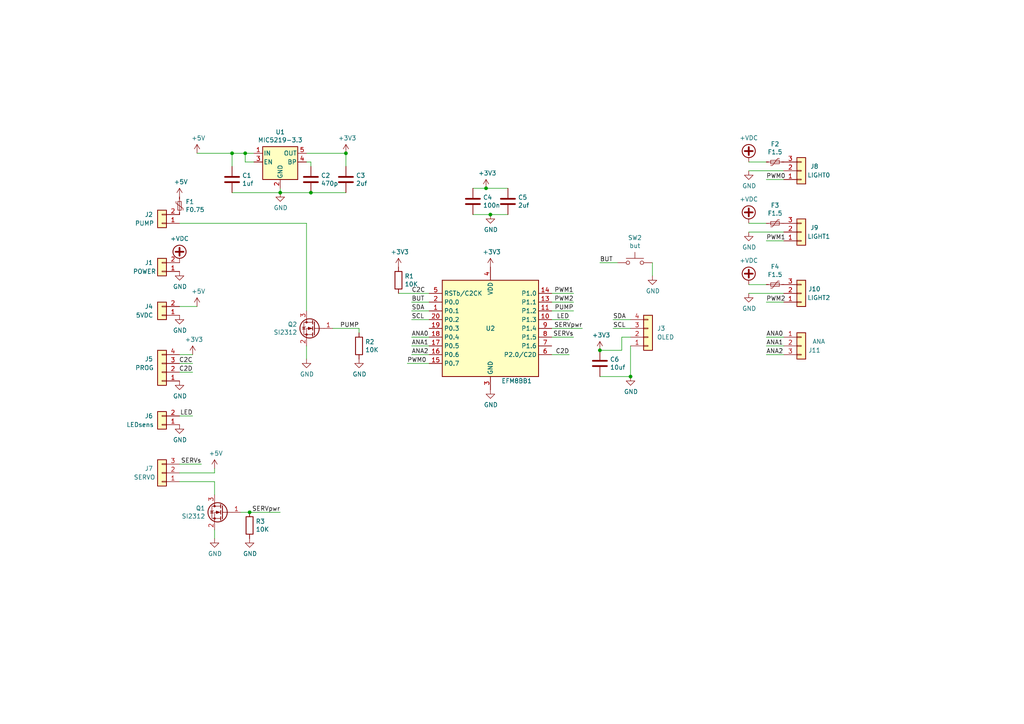
<source format=kicad_sch>
(kicad_sch (version 20230121) (generator eeschema)
  (paper "A4")
  (lib_symbols
    (symbol "AutoWaterLight-rescue:MIC5219-2.8-Regulator_Linear" (pin_names (offset 0.254))
      (property "Reference" "U" (at -3.81 5.715 0))
      (property "Value" "Regulator_Linear_MIC5219-2.8" (at 0 5.715 0))
      (symbol "MIC5219-2.8-Regulator_Linear_0_1"
        (rectangle (start -5.08 4.445) (end 5.08 -5.08) (stroke (width 0.254)) (fill (type background)))
      )
      (symbol "MIC5219-2.8-Regulator_Linear_1_1"
        (pin power_in line (at -7.62 2.54 0) (length 2.54) (name "IN") (number "1"))
        (pin power_in line (at 0 -7.62 90) (length 2.54) (name "GND") (number "2"))
        (pin input line (at -7.62 0 0) (length 2.54) (name "EN") (number "3"))
        (pin input line (at 7.62 0 180) (length 2.54) (name "BP") (number "4"))
        (pin power_out line (at 7.62 2.54 180) (length 2.54) (name "OUT") (number "5"))
      )
    )
    (symbol "Connector_Generic:Conn_01x02" (pin_names (offset 1.016) hide)
      (property "Reference" "J" (at 0 2.54 0))
      (property "Value" "Conn_01x02" (at 0 -5.08 0))
      (symbol "Conn_01x02_1_1"
        (rectangle (start -1.27 -2.413) (end 0 -2.667) (stroke (width 0.1524)))
        (rectangle (start -1.27 0.127) (end 0 -0.127) (stroke (width 0.1524)))
        (rectangle (start -1.27 1.27) (end 1.27 -3.81) (stroke (width 0.254)) (fill (type background)))
        (pin passive line (at -5.08 0 0) (length 3.81) (name "Pin_1") (number "1"))
        (pin passive line (at -5.08 -2.54 0) (length 3.81) (name "Pin_2") (number "2"))
      )
    )
    (symbol "Connector_Generic:Conn_01x03" (pin_names (offset 1.016) hide)
      (property "Reference" "J" (at 0 5.08 0))
      (property "Value" "Conn_01x03" (at 0 -5.08 0))
      (symbol "Conn_01x03_1_1"
        (rectangle (start -1.27 -2.413) (end 0 -2.667) (stroke (width 0.1524)))
        (rectangle (start -1.27 0.127) (end 0 -0.127) (stroke (width 0.1524)))
        (rectangle (start -1.27 2.667) (end 0 2.413) (stroke (width 0.1524)))
        (rectangle (start -1.27 3.81) (end 1.27 -3.81) (stroke (width 0.254)) (fill (type background)))
        (pin passive line (at -5.08 2.54 0) (length 3.81) (name "Pin_1") (number "1"))
        (pin passive line (at -5.08 0 0) (length 3.81) (name "Pin_2") (number "2"))
        (pin passive line (at -5.08 -2.54 0) (length 3.81) (name "Pin_3") (number "3"))
      )
    )
    (symbol "Connector_Generic:Conn_01x04" (pin_names (offset 1.016) hide)
      (property "Reference" "J" (at 0 5.08 0))
      (property "Value" "Conn_01x04" (at 0 -7.62 0))
      (symbol "Conn_01x04_1_1"
        (rectangle (start -1.27 -4.953) (end 0 -5.207) (stroke (width 0.1524)))
        (rectangle (start -1.27 -2.413) (end 0 -2.667) (stroke (width 0.1524)))
        (rectangle (start -1.27 0.127) (end 0 -0.127) (stroke (width 0.1524)))
        (rectangle (start -1.27 2.667) (end 0 2.413) (stroke (width 0.1524)))
        (rectangle (start -1.27 3.81) (end 1.27 -6.35) (stroke (width 0.254)) (fill (type background)))
        (pin passive line (at -5.08 2.54 0) (length 3.81) (name "Pin_1") (number "1"))
        (pin passive line (at -5.08 0 0) (length 3.81) (name "Pin_2") (number "2"))
        (pin passive line (at -5.08 -2.54 0) (length 3.81) (name "Pin_3") (number "3"))
        (pin passive line (at -5.08 -5.08 0) (length 3.81) (name "Pin_4") (number "4"))
      )
    )
    (symbol "Device:C" (pin_numbers hide) (pin_names (offset 0.254))
      (property "Reference" "C" (at 0.635 2.54 0))
      (property "Value" "C" (at 0.635 -2.54 0))
      (symbol "C_0_1"
        (polyline (pts (xy -2.032 -0.762) (xy 2.032 -0.762)) (stroke (width 0.508)))
        (polyline (pts (xy -2.032 0.762) (xy 2.032 0.762)) (stroke (width 0.508)))
      )
      (symbol "C_1_1"
        (pin passive line (at 0 3.81 270) (length 2.794) (name "~") (number "1"))
        (pin passive line (at 0 -3.81 90) (length 2.794) (name "~") (number "2"))
      )
    )
    (symbol "Device:Polyfuse_Small" (pin_numbers hide) (pin_names (offset 0))
      (property "Reference" "F" (at -1.905 0 90))
      (property "Value" "Polyfuse_Small" (at 1.905 0 90))
      (symbol "Polyfuse_Small_0_1"
        (rectangle (start -0.508 1.27) (end 0.508 -1.27))
        (polyline (pts (xy 0 2.54) (xy 0 -2.54)))
        (polyline (pts (xy -1.016 1.27) (xy -1.016 0.762) (xy 1.016 -0.762) (xy 1.016 -1.27)))
      )
      (symbol "Polyfuse_Small_1_1"
        (pin passive line (at 0 2.54 270) (length 0.635) (name "~") (number "1"))
        (pin passive line (at 0 -2.54 90) (length 0.635) (name "~") (number "2"))
      )
    )
    (symbol "Device:Q_NMOS_GSD" (pin_names (offset 0) hide)
      (property "Reference" "Q" (at 5.08 1.27 0))
      (property "Value" "Q_NMOS_GSD" (at 5.08 -1.27 0))
      (symbol "Q_NMOS_GSD_0_1"
        (polyline (pts (xy 0.254 0) (xy -2.54 0)))
        (polyline (pts (xy 0.254 1.905) (xy 0.254 -1.905)) (stroke (width 0.254)))
        (polyline (pts (xy 0.762 -1.27) (xy 0.762 -2.286)) (stroke (width 0.254)))
        (polyline (pts (xy 0.762 0.508) (xy 0.762 -0.508)) (stroke (width 0.254)))
        (polyline (pts (xy 0.762 2.286) (xy 0.762 1.27)) (stroke (width 0.254)))
        (polyline (pts (xy 2.54 2.54) (xy 2.54 1.778)))
        (polyline (pts (xy 2.54 -2.54) (xy 2.54 0) (xy 0.762 0)))
        (polyline (pts (xy 0.762 -1.778) (xy 3.302 -1.778) (xy 3.302 1.778) (xy 0.762 1.778)))
        (polyline (pts (xy 1.016 0) (xy 2.032 0.381) (xy 2.032 -0.381) (xy 1.016 0)) (fill (type outline)))
        (polyline (pts (xy 2.794 0.508) (xy 2.921 0.381) (xy 3.683 0.381) (xy 3.81 0.254)))
        (polyline (pts (xy 3.302 0.381) (xy 2.921 -0.254) (xy 3.683 -0.254) (xy 3.302 0.381)))
        (circle (center 1.651 0) (radius 2.794) (stroke (width 0.254)))
        (circle (center 2.54 -1.778) (radius 0.254) (fill (type outline)))
        (circle (center 2.54 1.778) (radius 0.254) (fill (type outline)))
      )
      (symbol "Q_NMOS_GSD_1_1"
        (pin input line (at -5.08 0 0) (length 2.54) (name "G") (number "1"))
        (pin passive line (at 2.54 -5.08 90) (length 2.54) (name "S") (number "2"))
        (pin passive line (at 2.54 5.08 270) (length 2.54) (name "D") (number "3"))
      )
    )
    (symbol "Device:R" (pin_numbers hide) (pin_names (offset 0))
      (property "Reference" "R" (at 2.032 0 90))
      (property "Value" "R" (at 0 0 90))
      (symbol "R_0_1"
        (rectangle (start -1.016 -2.54) (end 1.016 2.54) (stroke (width 0.254)))
      )
      (symbol "R_1_1"
        (pin passive line (at 0 3.81 270) (length 1.27) (name "~") (number "1"))
        (pin passive line (at 0 -3.81 90) (length 1.27) (name "~") (number "2"))
      )
    )
    (symbol "MCU_SiliconLabs:EFM8BB10F4G-A-QFN20"
      (property "Reference" "U" (at -13.97 15.24 0))
      (property "Value" "EFM8BB10F4G-A-QFN20" (at 1.27 15.24 0))
      (symbol "EFM8BB10F4G-A-QFN20_0_1"
        (rectangle (start -13.97 13.97) (end 13.97 -13.97) (stroke (width 0.254)) (fill (type background)))
        (pin bidirectional line (at -17.78 5.08 0) (length 3.81) (name "P0.1") (number "1"))
        (pin bidirectional line (at 17.78 2.54 180) (length 3.81) (name "P1.3") (number "10"))
        (pin bidirectional line (at 17.78 5.08 180) (length 3.81) (name "P1.2") (number "11"))
        (pin passive line (at 0 -17.78 90) (length 3.81) hide (name "GND") (number "12"))
        (pin bidirectional line (at 17.78 7.62 180) (length 3.81) (name "P1.1") (number "13"))
        (pin bidirectional line (at 17.78 10.16 180) (length 3.81) (name "P1.0") (number "14"))
        (pin bidirectional line (at -17.78 -10.16 0) (length 3.81) (name "P0.7") (number "15"))
        (pin bidirectional line (at -17.78 -7.62 0) (length 3.81) (name "P0.6") (number "16"))
        (pin bidirectional line (at -17.78 -5.08 0) (length 3.81) (name "P0.5") (number "17"))
        (pin bidirectional line (at -17.78 -2.54 0) (length 3.81) (name "P0.4") (number "18"))
        (pin bidirectional line (at -17.78 0 0) (length 3.81) (name "P0.3") (number "19"))
        (pin bidirectional line (at -17.78 7.62 0) (length 3.81) (name "P0.0") (number "2"))
        (pin bidirectional line (at -17.78 2.54 0) (length 3.81) (name "P0.2") (number "20"))
        (pin passive line (at 0 -17.78 90) (length 3.81) hide (name "GND") (number "21"))
        (pin power_in line (at 0 -17.78 90) (length 3.81) (name "GND") (number "3"))
        (pin power_in line (at 0 17.78 270) (length 3.81) (name "VDD") (number "4"))
        (pin input line (at -17.78 10.16 0) (length 3.81) (name "RSTb/C2CK") (number "5"))
        (pin bidirectional line (at 17.78 -7.62 180) (length 3.81) (name "P2.0/C2D") (number "6"))
        (pin bidirectional line (at 17.78 -5.08 180) (length 3.81) (name "P1.6") (number "7"))
        (pin bidirectional line (at 17.78 -2.54 180) (length 3.81) (name "P1.5") (number "8"))
        (pin bidirectional line (at 17.78 0 180) (length 3.81) (name "P1.4") (number "9"))
      )
    )
    (symbol "Switch:SW_Push" (pin_numbers hide) (pin_names (offset 1.016) hide)
      (property "Reference" "SW" (at 1.27 2.54 0))
      (property "Value" "SW_Push" (at 0 -1.524 0))
      (symbol "SW_Push_0_1"
        (circle (center -2.032 0) (radius 0.508))
        (polyline (pts (xy 0 1.27) (xy 0 3.048)))
        (polyline (pts (xy 2.54 1.27) (xy -2.54 1.27)))
        (circle (center 2.032 0) (radius 0.508))
        (pin passive line (at -5.08 0 0) (length 2.54) (name "1") (number "1"))
        (pin passive line (at 5.08 0 180) (length 2.54) (name "2") (number "2"))
      )
    )
    (symbol "power:+3V3" (power) (pin_names (offset 0))
      (property "Value" "+3V3" (at 0 3.556 0))
      (symbol "+3V3_0_1"
        (polyline (pts (xy -0.762 1.27) (xy 0 2.54)))
        (polyline (pts (xy 0 0) (xy 0 2.54)))
        (polyline (pts (xy 0 2.54) (xy 0.762 1.27)))
      )
      (symbol "+3V3_1_1"
        (pin power_in line (at 0 0 90) (length 0) hide (name "+3V3") (number "1"))
      )
    )
    (symbol "power:+5V" (power) (pin_names (offset 0))
      (property "Value" "+5V" (at 0 3.556 0))
      (symbol "+5V_0_1"
        (polyline (pts (xy -0.762 1.27) (xy 0 2.54)))
        (polyline (pts (xy 0 0) (xy 0 2.54)))
        (polyline (pts (xy 0 2.54) (xy 0.762 1.27)))
      )
      (symbol "+5V_1_1"
        (pin power_in line (at 0 0 90) (length 0) hide (name "+5V") (number "1"))
      )
    )
    (symbol "power:+VDC" (power) (pin_names (offset 0))
      (property "Value" "+VDC" (at 0 6.35 0))
      (symbol "+VDC_0_1"
        (polyline (pts (xy -1.143 3.175) (xy 1.143 3.175)) (stroke (width 0.508)))
        (polyline (pts (xy 0 0) (xy 0 1.27)))
        (polyline (pts (xy 0 2.032) (xy 0 4.318)) (stroke (width 0.508)))
        (circle (center 0 3.175) (radius 1.905) (stroke (width 0.254)))
      )
      (symbol "+VDC_1_1"
        (pin power_in line (at 0 0 90) (length 0) hide (name "+VDC") (number "1"))
      )
    )
    (symbol "power:GND" (power) (pin_names (offset 0))
      (property "Value" "GND" (at 0 -3.81 0))
      (symbol "GND_0_1"
        (polyline (pts (xy 0 0) (xy 0 -1.27) (xy 1.27 -1.27) (xy 0 -2.54) (xy -1.27 -1.27) (xy 0 -1.27)))
      )
      (symbol "GND_1_1"
        (pin power_in line (at 0 0 270) (length 0) hide (name "GND") (number "1"))
      )
    )
  )
  (junction (at 182.88 109.22))
  (junction (at 90.17 55.88))
  (junction (at 67.31 44.45))
  (junction (at 71.12 44.45))
  (junction (at 140.97 54.61))
  (junction (at 173.99 101.6))
  (junction (at 100.33 44.45))
  (junction (at 72.39 148.59))
  (junction (at 142.24 62.23))
  (junction (at 81.28 55.88))
  (wire (pts (xy 180.34 101.6) (xy 180.34 97.79)))
  (wire (pts (xy 67.31 55.88) (xy 81.28 55.88)))
  (wire (pts (xy 72.39 148.59) (xy 81.28 148.59)))
  (wire (pts (xy 57.15 44.45) (xy 67.31 44.45)))
  (wire (pts (xy 67.31 48.26) (xy 67.31 44.45)))
  (wire (pts (xy 88.9 104.14) (xy 88.9 100.33)))
  (wire (pts (xy 69.85 148.59) (xy 72.39 148.59)))
  (wire (pts (xy 88.9 64.77) (xy 88.9 90.17)))
  (wire (pts (xy 88.9 46.99) (xy 90.17 46.99)))
  (wire (pts (xy 142.24 62.23) (xy 147.32 62.23)))
  (wire (pts (xy 227.33 69.85) (xy 222.25 69.85)))
  (wire (pts (xy 71.12 44.45) (xy 73.66 44.45)))
  (wire (pts (xy 160.02 85.09) (xy 166.37 85.09)))
  (wire (pts (xy 160.02 97.79) (xy 166.37 97.79)))
  (wire (pts (xy 160.02 87.63) (xy 166.37 87.63)))
  (wire (pts (xy 119.38 92.71) (xy 124.46 92.71)))
  (wire (pts (xy 182.88 92.71) (xy 177.8 92.71)))
  (wire (pts (xy 88.9 44.45) (xy 100.33 44.45)))
  (wire (pts (xy 182.88 109.22) (xy 173.99 109.22)))
  (wire (pts (xy 73.66 46.99) (xy 71.12 46.99)))
  (wire (pts (xy 52.07 105.41) (xy 55.88 105.41)))
  (wire (pts (xy 222.25 97.79) (xy 227.33 97.79)))
  (wire (pts (xy 227.33 102.87) (xy 222.25 102.87)))
  (wire (pts (xy 52.07 64.77) (xy 88.9 64.77)))
  (wire (pts (xy 137.16 54.61) (xy 140.97 54.61)))
  (wire (pts (xy 160.02 95.25) (xy 168.91 95.25)))
  (wire (pts (xy 222.25 64.77) (xy 217.17 64.77)))
  (wire (pts (xy 71.12 46.99) (xy 71.12 44.45)))
  (wire (pts (xy 124.46 105.41) (xy 118.11 105.41)))
  (wire (pts (xy 160.02 90.17) (xy 166.37 90.17)))
  (wire (pts (xy 62.23 137.16) (xy 62.23 135.89)))
  (wire (pts (xy 160.02 92.71) (xy 165.1 92.71)))
  (wire (pts (xy 222.25 46.99) (xy 217.17 46.99)))
  (wire (pts (xy 124.46 85.09) (xy 115.57 85.09)))
  (wire (pts (xy 124.46 87.63) (xy 119.38 87.63)))
  (wire (pts (xy 137.16 62.23) (xy 142.24 62.23)))
  (wire (pts (xy 81.28 54.61) (xy 81.28 55.88)))
  (wire (pts (xy 227.33 49.53) (xy 217.17 49.53)))
  (wire (pts (xy 62.23 153.67) (xy 62.23 156.21)))
  (wire (pts (xy 180.34 97.79) (xy 182.88 97.79)))
  (wire (pts (xy 179.07 76.2) (xy 173.99 76.2)))
  (wire (pts (xy 81.28 55.88) (xy 90.17 55.88)))
  (wire (pts (xy 124.46 90.17) (xy 119.38 90.17)))
  (wire (pts (xy 90.17 46.99) (xy 90.17 48.26)))
  (wire (pts (xy 124.46 102.87) (xy 119.38 102.87)))
  (wire (pts (xy 52.07 137.16) (xy 62.23 137.16)))
  (wire (pts (xy 124.46 100.33) (xy 119.38 100.33)))
  (wire (pts (xy 104.14 95.25) (xy 104.14 96.52)))
  (wire (pts (xy 52.07 102.87) (xy 55.88 102.87)))
  (wire (pts (xy 55.88 107.95) (xy 52.07 107.95)))
  (wire (pts (xy 227.33 85.09) (xy 217.17 85.09)))
  (wire (pts (xy 62.23 139.7) (xy 62.23 143.51)))
  (wire (pts (xy 173.99 101.6) (xy 180.34 101.6)))
  (wire (pts (xy 62.23 139.7) (xy 52.07 139.7)))
  (wire (pts (xy 222.25 82.55) (xy 217.17 82.55)))
  (wire (pts (xy 165.1 102.87) (xy 160.02 102.87)))
  (wire (pts (xy 52.07 88.9) (xy 57.15 88.9)))
  (wire (pts (xy 140.97 54.61) (xy 147.32 54.61)))
  (wire (pts (xy 227.33 52.07) (xy 222.25 52.07)))
  (wire (pts (xy 100.33 48.26) (xy 100.33 44.45)))
  (wire (pts (xy 96.52 95.25) (xy 104.14 95.25)))
  (wire (pts (xy 90.17 55.88) (xy 100.33 55.88)))
  (wire (pts (xy 227.33 87.63) (xy 222.25 87.63)))
  (wire (pts (xy 182.88 95.25) (xy 177.8 95.25)))
  (wire (pts (xy 52.07 120.65) (xy 55.88 120.65)))
  (wire (pts (xy 182.88 100.33) (xy 182.88 109.22)))
  (wire (pts (xy 52.07 134.62) (xy 58.42 134.62)))
  (wire (pts (xy 227.33 67.31) (xy 217.17 67.31)))
  (wire (pts (xy 67.31 44.45) (xy 71.12 44.45)))
  (wire (pts (xy 119.38 97.79) (xy 124.46 97.79)))
  (wire (pts (xy 189.23 76.2) (xy 189.23 80.01)))
  (wire (pts (xy 227.33 100.33) (xy 222.25 100.33)))
  (label "C2D" (at 55.88 107.95 180))
  (label "BUT" (at 119.38 87.63 0))
  (label "ANA1" (at 222.25 100.33 0))
  (label "SERVs" (at 166.37 97.79 180))
  (label "BUT" (at 173.99 76.2 0))
  (label "PWM1" (at 166.37 85.09 180))
  (label "SDA" (at 119.38 90.17 0))
  (label "ANA2" (at 119.38 102.87 0))
  (label "SERVpwr" (at 168.91 95.25 180))
  (label "SDA" (at 177.8 92.71 0))
  (label "SCL" (at 119.38 92.71 0))
  (label "C2D" (at 165.1 102.87 180))
  (label "ANA0" (at 119.38 97.79 0))
  (label "SCL" (at 177.8 95.25 0))
  (label "LED" (at 55.88 120.65 180))
  (label "ANA0" (at 222.25 97.79 0))
  (label "PWM2" (at 166.37 87.63 180))
  (label "LED" (at 165.1 92.71 180))
  (label "ANA1" (at 119.38 100.33 0))
  (label "SERVs" (at 58.42 134.62 180))
  (label "PWM0" (at 118.11 105.41 0))
  (label "PUMP" (at 104.14 95.25 180))
  (label "PWM2" (at 222.25 87.63 0))
  (label "C2C" (at 55.88 105.41 180))
  (label "PWM1" (at 222.25 69.85 0))
  (label "ANA2" (at 222.25 102.87 0))
  (label "C2C" (at 119.38 85.09 0))
  (label "SERVpwr" (at 81.28 148.59 180))
  (label "PWM0" (at 222.25 52.07 0))
  (label "PUMP" (at 166.37 90.17 180))
  (symbol (lib_id "MCU_SiliconLabs:EFM8BB10F4G-A-QFN20") (at 142.24 95.25 0) (unit 1)
    (property "Reference" "U2" (at 142.24 95.25 0))
    (property "Value" "EFM8BB1" (at 149.86 110.49 0))
    (property "Footprint" "KiCadCustomLibs:QFN20" (effects hide))
    (property "Datasheet" "https://www.silabs.com/documents/public/data-sheets/efm8bb1-datasheet.pdf" (effects hide))
  )
  (symbol (lib_id "power:GND") (at 142.24 113.03 0) (unit 1)
    (property "Reference" "#PWR0101" (effects hide))
    (property "Value" "GND" (at 142.367 117.4242 0))
  )
  (symbol (lib_id "AutoWaterLight-rescue:MIC5219-2.8-Regulator_Linear") (at 81.28 46.99 0) (unit 1)
    (property "Reference" "U1" (at 81.28 38.3032 0))
    (property "Value" "MIC5219-3.3" (at 81.28 40.6146 0))
    (property "Footprint" "TO_SOT_Packages_SMD:SOT-23-5" (effects hide))
    (property "Datasheet" "http://ww1.microchip.com/downloads/en/devicedoc/mic5219.pdf" (effects hide))
  )
  (symbol (lib_id "Device:C") (at 90.17 52.07 0) (unit 1)
    (property "Reference" "C2" (at 93.091 50.9016 0) (effects (justify left)))
    (property "Value" "470p" (at 93.091 53.213 0) (effects (justify left)))
    (property "Footprint" "Capacitors_SMD:C_0603" (effects hide))
  )
  (symbol (lib_id "Device:C") (at 100.33 52.07 0) (unit 1)
    (property "Reference" "C3" (at 103.251 50.9016 0) (effects (justify left)))
    (property "Value" "2uf" (at 103.251 53.213 0) (effects (justify left)))
    (property "Footprint" "Capacitors_SMD:C_0603" (effects hide))
  )
  (symbol (lib_id "Device:C") (at 67.31 52.07 0) (unit 1)
    (property "Reference" "C1" (at 70.231 50.9016 0) (effects (justify left)))
    (property "Value" "1uf" (at 70.231 53.213 0) (effects (justify left)))
    (property "Footprint" "Capacitors_SMD:C_0603" (effects hide))
  )
  (symbol (lib_id "power:GND") (at 81.28 55.88 0) (unit 1)
    (property "Reference" "#PWR0105" (effects hide))
    (property "Value" "GND" (at 81.407 60.2742 0))
  )
  (symbol (lib_id "Device:C") (at 147.32 58.42 0) (unit 1)
    (property "Reference" "C5" (at 150.241 57.2516 0) (effects (justify left)))
    (property "Value" "2uf" (at 150.241 59.563 0) (effects (justify left)))
    (property "Footprint" "Capacitors_SMD:C_0603" (effects hide))
  )
  (symbol (lib_id "Device:C") (at 137.16 58.42 0) (unit 1)
    (property "Reference" "C4" (at 140.081 57.2516 0) (effects (justify left)))
    (property "Value" "100n" (at 140.081 59.563 0) (effects (justify left)))
    (property "Footprint" "Capacitors_SMD:C_0603" (effects hide))
  )
  (symbol (lib_id "power:GND") (at 142.24 62.23 0) (unit 1)
    (property "Reference" "#PWR0107" (effects hide))
    (property "Value" "GND" (at 142.367 66.6242 0))
  )
  (symbol (lib_id "Device:R") (at 115.57 81.28 0) (unit 1)
    (property "Reference" "R1" (at 117.348 80.1116 0) (effects (justify left)))
    (property "Value" "10K" (at 117.348 82.423 0) (effects (justify left)))
    (property "Footprint" "Resistors_SMD:R_0603" (effects hide))
  )
  (symbol (lib_id "Connector_Generic:Conn_01x04") (at 187.96 97.79 0) (mirror x) (unit 1)
    (property "Reference" "J3" (at 191.77 95.25 0))
    (property "Value" "OLED" (at 193.04 97.79 0))
    (property "Footprint" "Pin_Headers:Pin_Header_Straight_1x04_Pitch2.54mm" (effects hide))
  )
  (symbol (lib_id "power:GND") (at 182.88 109.22 0) (unit 1)
    (property "Reference" "#PWR0109" (effects hide))
    (property "Value" "GND" (at 183.007 113.6142 0))
  )
  (symbol (lib_id "Device:R") (at 104.14 100.33 0) (unit 1)
    (property "Reference" "R2" (at 105.918 99.1616 0) (effects (justify left)))
    (property "Value" "10K" (at 105.918 101.473 0) (effects (justify left)))
    (property "Footprint" "Resistors_SMD:R_0603" (effects hide))
  )
  (symbol (lib_id "power:GND") (at 104.14 104.14 0) (unit 1)
    (property "Reference" "#PWR0111" (effects hide))
    (property "Value" "GND" (at 104.267 108.5342 0))
  )
  (symbol (lib_id "Switch:SW_Push") (at 184.15 76.2 0) (unit 1)
    (property "Reference" "SW2" (at 184.15 68.961 0))
    (property "Value" "but" (at 184.15 71.2724 0))
    (property "Footprint" "KiCadCustomLibs:POWER2PIN_2" (effects hide))
  )
  (symbol (lib_id "power:GND") (at 189.23 80.01 0) (unit 1)
    (property "Reference" "#PWR0112" (effects hide))
    (property "Value" "GND" (at 189.357 84.4042 0))
  )
  (symbol (lib_id "Connector_Generic:Conn_01x02") (at 46.99 78.74 180) (unit 1)
    (property "Reference" "J1" (at 43.18 76.2 0))
    (property "Value" "POWER" (at 41.91 78.74 0))
    (property "Footprint" "KiCadCustomLibs:Conn_Power" (effects hide))
  )
  (symbol (lib_id "power:GND") (at 52.07 78.74 0) (unit 1)
    (property "Reference" "#PWR0113" (effects hide))
    (property "Value" "GND" (at 52.197 83.1342 0))
  )
  (symbol (lib_id "power:GND") (at 52.07 110.49 0) (unit 1)
    (property "Reference" "#PWR0115" (effects hide))
    (property "Value" "GND" (at 52.197 114.8842 0))
  )
  (symbol (lib_id "power:GND") (at 88.9 104.14 0) (unit 1)
    (property "Reference" "#PWR0102" (effects hide))
    (property "Value" "GND" (at 89.027 108.5342 0))
  )
  (symbol (lib_id "Device:Q_NMOS_GSD") (at 91.44 95.25 0) (mirror y) (unit 1)
    (property "Reference" "Q2" (at 86.2076 94.0816 0) (effects (justify left)))
    (property "Value" "SI2312" (at 86.2076 96.393 0) (effects (justify left)))
    (property "Footprint" "TO_SOT_Packages_SMD:SOT-23" (effects hide))
  )
  (symbol (lib_id "power:+3V3") (at 100.33 44.45 0) (unit 1)
    (property "Reference" "#PWR0103" (effects hide))
    (property "Value" "+3V3" (at 100.711 40.0558 0))
  )
  (symbol (lib_id "power:+3V3") (at 140.97 54.61 0) (unit 1)
    (property "Reference" "#PWR0104" (effects hide))
    (property "Value" "+3V3" (at 141.351 50.2158 0))
  )
  (symbol (lib_id "power:+3V3") (at 142.24 77.47 0) (unit 1)
    (property "Reference" "#PWR0106" (effects hide))
    (property "Value" "+3V3" (at 142.621 73.0758 0))
  )
  (symbol (lib_id "power:+3V3") (at 115.57 77.47 0) (unit 1)
    (property "Reference" "#PWR0108" (effects hide))
    (property "Value" "+3V3" (at 115.951 73.0758 0))
  )
  (symbol (lib_id "power:+3V3") (at 55.88 102.87 0) (unit 1)
    (property "Reference" "#PWR0110" (effects hide))
    (property "Value" "+3V3" (at 56.261 98.4758 0))
  )
  (symbol (lib_id "Connector_Generic:Conn_01x02") (at 46.99 64.77 180) (unit 1)
    (property "Reference" "J2" (at 43.18 62.23 0))
    (property "Value" "PUMP" (at 41.91 64.77 0))
    (property "Footprint" "KiCadCustomLibs:Conn_1x02_2.54_0.9mm" (effects hide))
  )
  (symbol (lib_id "Device:Polyfuse_Small") (at 224.79 46.99 270) (unit 1)
    (property "Reference" "F2" (at 224.79 41.783 90))
    (property "Value" "F1.5" (at 224.79 44.0944 90))
    (property "Footprint" "Resistors_SMD:R_1812" (effects hide))
  )
  (symbol (lib_id "Device:Polyfuse_Small") (at 224.79 64.77 270) (unit 1)
    (property "Reference" "F3" (at 224.79 59.563 90))
    (property "Value" "F1.5" (at 224.79 61.8744 90))
    (property "Footprint" "Resistors_SMD:R_1812" (effects hide))
  )
  (symbol (lib_id "power:+VDC") (at 52.07 76.2 0) (unit 1)
    (property "Reference" "#PWR0114" (effects hide))
    (property "Value" "+VDC" (at 52.07 69.215 0))
  )
  (symbol (lib_id "Device:Polyfuse_Small") (at 224.79 82.55 270) (unit 1)
    (property "Reference" "F4" (at 224.79 77.343 90))
    (property "Value" "F1.5" (at 224.79 79.6544 90))
    (property "Footprint" "Resistors_SMD:R_1812" (effects hide))
  )
  (symbol (lib_id "Device:Polyfuse_Small") (at 52.07 59.69 180) (unit 1)
    (property "Reference" "F1" (at 53.7972 58.5216 0) (effects (justify right)))
    (property "Value" "F0.75" (at 53.7972 60.833 0) (effects (justify right)))
    (property "Footprint" "Resistors_SMD:R_1812" (effects hide))
  )
  (symbol (lib_id "power:+3V3") (at 173.99 101.6 0) (unit 1)
    (property "Reference" "#PWR0116" (effects hide))
    (property "Value" "+3V3" (at 174.371 97.2058 0))
  )
  (symbol (lib_id "Device:C") (at 173.99 105.41 0) (unit 1)
    (property "Reference" "C6" (at 176.911 104.2416 0) (effects (justify left)))
    (property "Value" "10uf" (at 176.911 106.553 0) (effects (justify left)))
    (property "Footprint" "Capacitors_SMD:C_0603" (effects hide))
  )
  (symbol (lib_id "Connector_Generic:Conn_01x02") (at 46.99 123.19 180) (unit 1)
    (property "Reference" "J6" (at 43.18 120.65 0))
    (property "Value" "LEDsens" (at 40.64 123.19 0))
    (property "Footprint" "KiCadCustomLibs:Conn_1x02_2.54_0.9mm" (effects hide))
  )
  (symbol (lib_id "power:GND") (at 52.07 123.19 0) (unit 1)
    (property "Reference" "#PWR0117" (effects hide))
    (property "Value" "GND" (at 52.197 127.5842 0))
  )
  (symbol (lib_id "Device:Q_NMOS_GSD") (at 64.77 148.59 0) (mirror y) (unit 1)
    (property "Reference" "Q1" (at 59.5376 147.4216 0) (effects (justify left)))
    (property "Value" "SI2312" (at 59.5376 149.733 0) (effects (justify left)))
    (property "Footprint" "TO_SOT_Packages_SMD:SOT-23" (effects hide))
  )
  (symbol (lib_id "power:GND") (at 62.23 156.21 0) (unit 1)
    (property "Reference" "#PWR0118" (effects hide))
    (property "Value" "GND" (at 62.357 160.6042 0))
  )
  (symbol (lib_id "Device:R") (at 72.39 152.4 0) (unit 1)
    (property "Reference" "R3" (at 74.168 151.2316 0) (effects (justify left)))
    (property "Value" "10K" (at 74.168 153.543 0) (effects (justify left)))
    (property "Footprint" "Resistors_SMD:R_0603" (effects hide))
  )
  (symbol (lib_id "power:GND") (at 72.39 156.21 0) (unit 1)
    (property "Reference" "#PWR0119" (effects hide))
    (property "Value" "GND" (at 72.517 160.6042 0))
  )
  (symbol (lib_id "power:+5V") (at 57.15 44.45 0) (unit 1)
    (property "Reference" "#PWR0120" (effects hide))
    (property "Value" "+5V" (at 57.531 40.0558 0))
  )
  (symbol (lib_id "power:+5V") (at 62.23 135.89 0) (unit 1)
    (property "Reference" "#PWR0121" (effects hide))
    (property "Value" "+5V" (at 62.611 131.4958 0))
  )
  (symbol (lib_id "Connector_Generic:Conn_01x03") (at 46.99 137.16 180) (unit 1)
    (property "Reference" "J7" (at 43.18 135.89 0))
    (property "Value" "SERVO" (at 41.91 138.43 0))
    (property "Footprint" "KiCadCustomLibs:Conn_1x03_2.54mm" (effects hide))
  )
  (symbol (lib_id "Connector_Generic:Conn_01x04") (at 46.99 107.95 180) (unit 1)
    (property "Reference" "J5" (at 43.18 104.14 0))
    (property "Value" "PROG" (at 41.91 106.68 0))
    (property "Footprint" "Connectors_Molex:Molex_PicoBlade_53047-0410_04x1.25mm_Straight" (effects hide))
  )
  (symbol (lib_id "power:+5V") (at 52.07 57.15 0) (unit 1)
    (property "Reference" "#PWR0122" (effects hide))
    (property "Value" "+5V" (at 52.451 52.7558 0))
  )
  (symbol (lib_id "power:GND") (at 52.07 91.44 0) (unit 1)
    (property "Reference" "#PWR0123" (effects hide))
    (property "Value" "GND" (at 52.197 95.8342 0))
  )
  (symbol (lib_id "Connector_Generic:Conn_01x02") (at 46.99 91.44 180) (unit 1)
    (property "Reference" "J4" (at 43.18 88.9 0))
    (property "Value" "5VDC" (at 41.91 91.44 0))
    (property "Footprint" "KiCadCustomLibs:Conn_1x02_2.54_0.9mm" (effects hide))
  )
  (symbol (lib_id "power:+5V") (at 57.15 88.9 0) (unit 1)
    (property "Reference" "#PWR0124" (effects hide))
    (property "Value" "+5V" (at 57.531 84.5058 0))
  )
  (symbol (lib_id "Connector_Generic:Conn_01x03") (at 232.41 49.53 0) (mirror x) (unit 1)
    (property "Reference" "J8" (at 236.22 48.26 0))
    (property "Value" "LIGHT0" (at 237.49 50.8 0))
    (property "Footprint" "KiCadCustomLibs:Conn_1x03_2.54mm" (effects hide))
  )
  (symbol (lib_id "power:GND") (at 217.17 49.53 0) (unit 1)
    (property "Reference" "#PWR0125" (effects hide))
    (property "Value" "GND" (at 217.297 53.9242 0))
  )
  (symbol (lib_id "power:+VDC") (at 217.17 46.99 0) (unit 1)
    (property "Reference" "#PWR0126" (effects hide))
    (property "Value" "+VDC" (at 217.17 40.005 0))
  )
  (symbol (lib_id "Connector_Generic:Conn_01x03") (at 232.41 67.31 0) (mirror x) (unit 1)
    (property "Reference" "J9" (at 236.22 66.04 0))
    (property "Value" "LIGHT1" (at 237.49 68.58 0))
    (property "Footprint" "KiCadCustomLibs:Conn_1x03_2.54mm" (effects hide))
  )
  (symbol (lib_id "power:GND") (at 217.17 67.31 0) (unit 1)
    (property "Reference" "#PWR0127" (effects hide))
    (property "Value" "GND" (at 217.297 71.7042 0))
  )
  (symbol (lib_id "power:+VDC") (at 217.17 64.77 0) (unit 1)
    (property "Reference" "#PWR0128" (effects hide))
    (property "Value" "+VDC" (at 217.17 57.785 0))
  )
  (symbol (lib_id "Connector_Generic:Conn_01x03") (at 232.41 85.09 0) (mirror x) (unit 1)
    (property "Reference" "J10" (at 236.22 83.82 0))
    (property "Value" "LIGHT2" (at 237.49 86.36 0))
    (property "Footprint" "KiCadCustomLibs:Conn_1x03_2.54mm" (effects hide))
  )
  (symbol (lib_id "power:GND") (at 217.17 85.09 0) (unit 1)
    (property "Reference" "#PWR0129" (effects hide))
    (property "Value" "GND" (at 217.297 89.4842 0))
  )
  (symbol (lib_id "power:+VDC") (at 217.17 82.55 0) (unit 1)
    (property "Reference" "#PWR0130" (effects hide))
    (property "Value" "+VDC" (at 217.17 75.565 0))
  )
  (symbol (lib_id "Connector_Generic:Conn_01x03") (at 232.41 100.33 0) (unit 1)
    (property "Reference" "J11" (at 236.22 101.6 0))
    (property "Value" "ANA" (at 237.49 99.06 0))
    (property "Footprint" "KiCadCustomLibs:PROG-3pin" (effects hide))
  )
)
</source>
